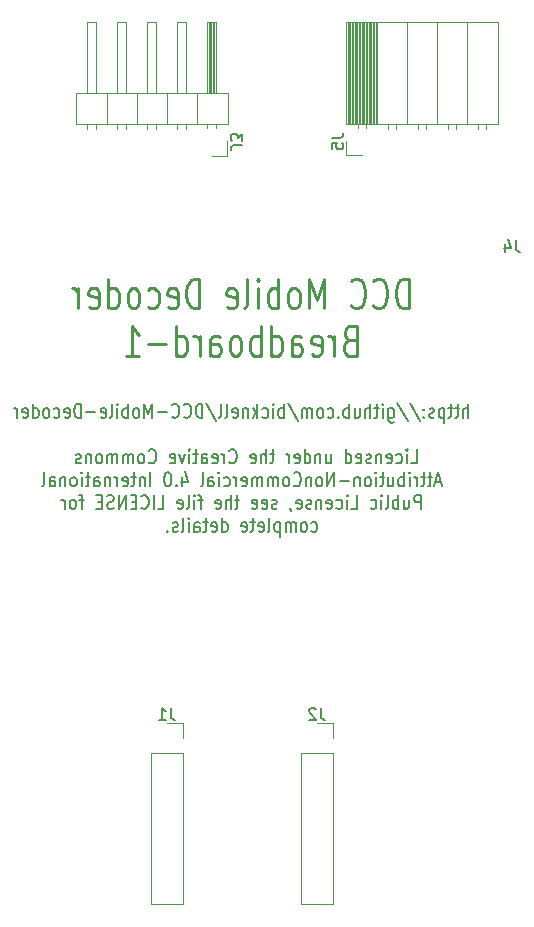
<source format=gbo>
G04 #@! TF.GenerationSoftware,KiCad,Pcbnew,(6.0.1-0)*
G04 #@! TF.CreationDate,2023-09-18T16:52:30-04:00*
G04 #@! TF.ProjectId,Breadboard-1,42726561-6462-46f6-9172-642d312e6b69,rev?*
G04 #@! TF.SameCoordinates,Original*
G04 #@! TF.FileFunction,Legend,Bot*
G04 #@! TF.FilePolarity,Positive*
%FSLAX46Y46*%
G04 Gerber Fmt 4.6, Leading zero omitted, Abs format (unit mm)*
G04 Created by KiCad (PCBNEW (6.0.1-0)) date 2023-09-18 16:52:30*
%MOMM*%
%LPD*%
G01*
G04 APERTURE LIST*
%ADD10C,0.254000*%
%ADD11C,0.200000*%
%ADD12C,0.150000*%
%ADD13C,0.120000*%
%ADD14R,1.700000X1.700000*%
%ADD15O,1.700000X1.700000*%
%ADD16C,1.448000*%
G04 APERTURE END LIST*
D10*
X90314285Y-68968452D02*
X90314285Y-66468452D01*
X89861904Y-66468452D01*
X89590476Y-66587500D01*
X89409523Y-66825595D01*
X89319047Y-67063690D01*
X89228571Y-67539880D01*
X89228571Y-67897023D01*
X89319047Y-68373214D01*
X89409523Y-68611309D01*
X89590476Y-68849404D01*
X89861904Y-68968452D01*
X90314285Y-68968452D01*
X87328571Y-68730357D02*
X87419047Y-68849404D01*
X87690476Y-68968452D01*
X87871428Y-68968452D01*
X88142857Y-68849404D01*
X88323809Y-68611309D01*
X88414285Y-68373214D01*
X88504761Y-67897023D01*
X88504761Y-67539880D01*
X88414285Y-67063690D01*
X88323809Y-66825595D01*
X88142857Y-66587500D01*
X87871428Y-66468452D01*
X87690476Y-66468452D01*
X87419047Y-66587500D01*
X87328571Y-66706547D01*
X85428571Y-68730357D02*
X85519047Y-68849404D01*
X85790476Y-68968452D01*
X85971428Y-68968452D01*
X86242857Y-68849404D01*
X86423809Y-68611309D01*
X86514285Y-68373214D01*
X86604761Y-67897023D01*
X86604761Y-67539880D01*
X86514285Y-67063690D01*
X86423809Y-66825595D01*
X86242857Y-66587500D01*
X85971428Y-66468452D01*
X85790476Y-66468452D01*
X85519047Y-66587500D01*
X85428571Y-66706547D01*
X83166666Y-68968452D02*
X83166666Y-66468452D01*
X82533333Y-68254166D01*
X81900000Y-66468452D01*
X81900000Y-68968452D01*
X80723809Y-68968452D02*
X80904761Y-68849404D01*
X80995238Y-68730357D01*
X81085714Y-68492261D01*
X81085714Y-67777976D01*
X80995238Y-67539880D01*
X80904761Y-67420833D01*
X80723809Y-67301785D01*
X80452380Y-67301785D01*
X80271428Y-67420833D01*
X80180952Y-67539880D01*
X80090476Y-67777976D01*
X80090476Y-68492261D01*
X80180952Y-68730357D01*
X80271428Y-68849404D01*
X80452380Y-68968452D01*
X80723809Y-68968452D01*
X79276190Y-68968452D02*
X79276190Y-66468452D01*
X79276190Y-67420833D02*
X79095238Y-67301785D01*
X78733333Y-67301785D01*
X78552380Y-67420833D01*
X78461904Y-67539880D01*
X78371428Y-67777976D01*
X78371428Y-68492261D01*
X78461904Y-68730357D01*
X78552380Y-68849404D01*
X78733333Y-68968452D01*
X79095238Y-68968452D01*
X79276190Y-68849404D01*
X77557142Y-68968452D02*
X77557142Y-67301785D01*
X77557142Y-66468452D02*
X77647619Y-66587500D01*
X77557142Y-66706547D01*
X77466666Y-66587500D01*
X77557142Y-66468452D01*
X77557142Y-66706547D01*
X76380952Y-68968452D02*
X76561904Y-68849404D01*
X76652380Y-68611309D01*
X76652380Y-66468452D01*
X74933333Y-68849404D02*
X75114285Y-68968452D01*
X75476190Y-68968452D01*
X75657142Y-68849404D01*
X75747619Y-68611309D01*
X75747619Y-67658928D01*
X75657142Y-67420833D01*
X75476190Y-67301785D01*
X75114285Y-67301785D01*
X74933333Y-67420833D01*
X74842857Y-67658928D01*
X74842857Y-67897023D01*
X75747619Y-68135119D01*
X72580952Y-68968452D02*
X72580952Y-66468452D01*
X72128571Y-66468452D01*
X71857142Y-66587500D01*
X71676190Y-66825595D01*
X71585714Y-67063690D01*
X71495238Y-67539880D01*
X71495238Y-67897023D01*
X71585714Y-68373214D01*
X71676190Y-68611309D01*
X71857142Y-68849404D01*
X72128571Y-68968452D01*
X72580952Y-68968452D01*
X69957142Y-68849404D02*
X70138095Y-68968452D01*
X70500000Y-68968452D01*
X70680952Y-68849404D01*
X70771428Y-68611309D01*
X70771428Y-67658928D01*
X70680952Y-67420833D01*
X70500000Y-67301785D01*
X70138095Y-67301785D01*
X69957142Y-67420833D01*
X69866666Y-67658928D01*
X69866666Y-67897023D01*
X70771428Y-68135119D01*
X68238095Y-68849404D02*
X68419047Y-68968452D01*
X68780952Y-68968452D01*
X68961904Y-68849404D01*
X69052380Y-68730357D01*
X69142857Y-68492261D01*
X69142857Y-67777976D01*
X69052380Y-67539880D01*
X68961904Y-67420833D01*
X68780952Y-67301785D01*
X68419047Y-67301785D01*
X68238095Y-67420833D01*
X67152380Y-68968452D02*
X67333333Y-68849404D01*
X67423809Y-68730357D01*
X67514285Y-68492261D01*
X67514285Y-67777976D01*
X67423809Y-67539880D01*
X67333333Y-67420833D01*
X67152380Y-67301785D01*
X66880952Y-67301785D01*
X66700000Y-67420833D01*
X66609523Y-67539880D01*
X66519047Y-67777976D01*
X66519047Y-68492261D01*
X66609523Y-68730357D01*
X66700000Y-68849404D01*
X66880952Y-68968452D01*
X67152380Y-68968452D01*
X64890476Y-68968452D02*
X64890476Y-66468452D01*
X64890476Y-68849404D02*
X65071428Y-68968452D01*
X65433333Y-68968452D01*
X65614285Y-68849404D01*
X65704761Y-68730357D01*
X65795238Y-68492261D01*
X65795238Y-67777976D01*
X65704761Y-67539880D01*
X65614285Y-67420833D01*
X65433333Y-67301785D01*
X65071428Y-67301785D01*
X64890476Y-67420833D01*
X63261904Y-68849404D02*
X63442857Y-68968452D01*
X63804761Y-68968452D01*
X63985714Y-68849404D01*
X64076190Y-68611309D01*
X64076190Y-67658928D01*
X63985714Y-67420833D01*
X63804761Y-67301785D01*
X63442857Y-67301785D01*
X63261904Y-67420833D01*
X63171428Y-67658928D01*
X63171428Y-67897023D01*
X64076190Y-68135119D01*
X62357142Y-68968452D02*
X62357142Y-67301785D01*
X62357142Y-67777976D02*
X62266666Y-67539880D01*
X62176190Y-67420833D01*
X61995238Y-67301785D01*
X61814285Y-67301785D01*
X85292857Y-71683928D02*
X85021428Y-71802976D01*
X84930952Y-71922023D01*
X84840476Y-72160119D01*
X84840476Y-72517261D01*
X84930952Y-72755357D01*
X85021428Y-72874404D01*
X85202380Y-72993452D01*
X85926190Y-72993452D01*
X85926190Y-70493452D01*
X85292857Y-70493452D01*
X85111904Y-70612500D01*
X85021428Y-70731547D01*
X84930952Y-70969642D01*
X84930952Y-71207738D01*
X85021428Y-71445833D01*
X85111904Y-71564880D01*
X85292857Y-71683928D01*
X85926190Y-71683928D01*
X84026190Y-72993452D02*
X84026190Y-71326785D01*
X84026190Y-71802976D02*
X83935714Y-71564880D01*
X83845238Y-71445833D01*
X83664285Y-71326785D01*
X83483333Y-71326785D01*
X82126190Y-72874404D02*
X82307142Y-72993452D01*
X82669047Y-72993452D01*
X82850000Y-72874404D01*
X82940476Y-72636309D01*
X82940476Y-71683928D01*
X82850000Y-71445833D01*
X82669047Y-71326785D01*
X82307142Y-71326785D01*
X82126190Y-71445833D01*
X82035714Y-71683928D01*
X82035714Y-71922023D01*
X82940476Y-72160119D01*
X80407142Y-72993452D02*
X80407142Y-71683928D01*
X80497619Y-71445833D01*
X80678571Y-71326785D01*
X81040476Y-71326785D01*
X81221428Y-71445833D01*
X80407142Y-72874404D02*
X80588095Y-72993452D01*
X81040476Y-72993452D01*
X81221428Y-72874404D01*
X81311904Y-72636309D01*
X81311904Y-72398214D01*
X81221428Y-72160119D01*
X81040476Y-72041071D01*
X80588095Y-72041071D01*
X80407142Y-71922023D01*
X78688095Y-72993452D02*
X78688095Y-70493452D01*
X78688095Y-72874404D02*
X78869047Y-72993452D01*
X79230952Y-72993452D01*
X79411904Y-72874404D01*
X79502380Y-72755357D01*
X79592857Y-72517261D01*
X79592857Y-71802976D01*
X79502380Y-71564880D01*
X79411904Y-71445833D01*
X79230952Y-71326785D01*
X78869047Y-71326785D01*
X78688095Y-71445833D01*
X77783333Y-72993452D02*
X77783333Y-70493452D01*
X77783333Y-71445833D02*
X77602380Y-71326785D01*
X77240476Y-71326785D01*
X77059523Y-71445833D01*
X76969047Y-71564880D01*
X76878571Y-71802976D01*
X76878571Y-72517261D01*
X76969047Y-72755357D01*
X77059523Y-72874404D01*
X77240476Y-72993452D01*
X77602380Y-72993452D01*
X77783333Y-72874404D01*
X75792857Y-72993452D02*
X75973809Y-72874404D01*
X76064285Y-72755357D01*
X76154761Y-72517261D01*
X76154761Y-71802976D01*
X76064285Y-71564880D01*
X75973809Y-71445833D01*
X75792857Y-71326785D01*
X75521428Y-71326785D01*
X75340476Y-71445833D01*
X75250000Y-71564880D01*
X75159523Y-71802976D01*
X75159523Y-72517261D01*
X75250000Y-72755357D01*
X75340476Y-72874404D01*
X75521428Y-72993452D01*
X75792857Y-72993452D01*
X73530952Y-72993452D02*
X73530952Y-71683928D01*
X73621428Y-71445833D01*
X73802380Y-71326785D01*
X74164285Y-71326785D01*
X74345238Y-71445833D01*
X73530952Y-72874404D02*
X73711904Y-72993452D01*
X74164285Y-72993452D01*
X74345238Y-72874404D01*
X74435714Y-72636309D01*
X74435714Y-72398214D01*
X74345238Y-72160119D01*
X74164285Y-72041071D01*
X73711904Y-72041071D01*
X73530952Y-71922023D01*
X72626190Y-72993452D02*
X72626190Y-71326785D01*
X72626190Y-71802976D02*
X72535714Y-71564880D01*
X72445238Y-71445833D01*
X72264285Y-71326785D01*
X72083333Y-71326785D01*
X70635714Y-72993452D02*
X70635714Y-70493452D01*
X70635714Y-72874404D02*
X70816666Y-72993452D01*
X71178571Y-72993452D01*
X71359523Y-72874404D01*
X71450000Y-72755357D01*
X71540476Y-72517261D01*
X71540476Y-71802976D01*
X71450000Y-71564880D01*
X71359523Y-71445833D01*
X71178571Y-71326785D01*
X70816666Y-71326785D01*
X70635714Y-71445833D01*
X69730952Y-72041071D02*
X68283333Y-72041071D01*
X66383333Y-72993452D02*
X67469047Y-72993452D01*
X66926190Y-72993452D02*
X66926190Y-70493452D01*
X67107142Y-70850595D01*
X67288095Y-71088690D01*
X67469047Y-71207738D01*
D11*
X95366666Y-78262857D02*
X95366666Y-77062857D01*
X94938095Y-78262857D02*
X94938095Y-77634285D01*
X94985714Y-77520000D01*
X95080952Y-77462857D01*
X95223809Y-77462857D01*
X95319047Y-77520000D01*
X95366666Y-77577142D01*
X94604761Y-77462857D02*
X94223809Y-77462857D01*
X94461904Y-77062857D02*
X94461904Y-78091428D01*
X94414285Y-78205714D01*
X94319047Y-78262857D01*
X94223809Y-78262857D01*
X94033333Y-77462857D02*
X93652380Y-77462857D01*
X93890476Y-77062857D02*
X93890476Y-78091428D01*
X93842857Y-78205714D01*
X93747619Y-78262857D01*
X93652380Y-78262857D01*
X93319047Y-77462857D02*
X93319047Y-78662857D01*
X93319047Y-77520000D02*
X93223809Y-77462857D01*
X93033333Y-77462857D01*
X92938095Y-77520000D01*
X92890476Y-77577142D01*
X92842857Y-77691428D01*
X92842857Y-78034285D01*
X92890476Y-78148571D01*
X92938095Y-78205714D01*
X93033333Y-78262857D01*
X93223809Y-78262857D01*
X93319047Y-78205714D01*
X92461904Y-78205714D02*
X92366666Y-78262857D01*
X92176190Y-78262857D01*
X92080952Y-78205714D01*
X92033333Y-78091428D01*
X92033333Y-78034285D01*
X92080952Y-77920000D01*
X92176190Y-77862857D01*
X92319047Y-77862857D01*
X92414285Y-77805714D01*
X92461904Y-77691428D01*
X92461904Y-77634285D01*
X92414285Y-77520000D01*
X92319047Y-77462857D01*
X92176190Y-77462857D01*
X92080952Y-77520000D01*
X91604761Y-78148571D02*
X91557142Y-78205714D01*
X91604761Y-78262857D01*
X91652380Y-78205714D01*
X91604761Y-78148571D01*
X91604761Y-78262857D01*
X91604761Y-77520000D02*
X91557142Y-77577142D01*
X91604761Y-77634285D01*
X91652380Y-77577142D01*
X91604761Y-77520000D01*
X91604761Y-77634285D01*
X90414285Y-77005714D02*
X91271428Y-78548571D01*
X89366666Y-77005714D02*
X90223809Y-78548571D01*
X88604761Y-77462857D02*
X88604761Y-78434285D01*
X88652380Y-78548571D01*
X88700000Y-78605714D01*
X88795238Y-78662857D01*
X88938095Y-78662857D01*
X89033333Y-78605714D01*
X88604761Y-78205714D02*
X88700000Y-78262857D01*
X88890476Y-78262857D01*
X88985714Y-78205714D01*
X89033333Y-78148571D01*
X89080952Y-78034285D01*
X89080952Y-77691428D01*
X89033333Y-77577142D01*
X88985714Y-77520000D01*
X88890476Y-77462857D01*
X88700000Y-77462857D01*
X88604761Y-77520000D01*
X88128571Y-78262857D02*
X88128571Y-77462857D01*
X88128571Y-77062857D02*
X88176190Y-77120000D01*
X88128571Y-77177142D01*
X88080952Y-77120000D01*
X88128571Y-77062857D01*
X88128571Y-77177142D01*
X87795238Y-77462857D02*
X87414285Y-77462857D01*
X87652380Y-77062857D02*
X87652380Y-78091428D01*
X87604761Y-78205714D01*
X87509523Y-78262857D01*
X87414285Y-78262857D01*
X87080952Y-78262857D02*
X87080952Y-77062857D01*
X86652380Y-78262857D02*
X86652380Y-77634285D01*
X86700000Y-77520000D01*
X86795238Y-77462857D01*
X86938095Y-77462857D01*
X87033333Y-77520000D01*
X87080952Y-77577142D01*
X85747619Y-77462857D02*
X85747619Y-78262857D01*
X86176190Y-77462857D02*
X86176190Y-78091428D01*
X86128571Y-78205714D01*
X86033333Y-78262857D01*
X85890476Y-78262857D01*
X85795238Y-78205714D01*
X85747619Y-78148571D01*
X85271428Y-78262857D02*
X85271428Y-77062857D01*
X85271428Y-77520000D02*
X85176190Y-77462857D01*
X84985714Y-77462857D01*
X84890476Y-77520000D01*
X84842857Y-77577142D01*
X84795238Y-77691428D01*
X84795238Y-78034285D01*
X84842857Y-78148571D01*
X84890476Y-78205714D01*
X84985714Y-78262857D01*
X85176190Y-78262857D01*
X85271428Y-78205714D01*
X84366666Y-78148571D02*
X84319047Y-78205714D01*
X84366666Y-78262857D01*
X84414285Y-78205714D01*
X84366666Y-78148571D01*
X84366666Y-78262857D01*
X83461904Y-78205714D02*
X83557142Y-78262857D01*
X83747619Y-78262857D01*
X83842857Y-78205714D01*
X83890476Y-78148571D01*
X83938095Y-78034285D01*
X83938095Y-77691428D01*
X83890476Y-77577142D01*
X83842857Y-77520000D01*
X83747619Y-77462857D01*
X83557142Y-77462857D01*
X83461904Y-77520000D01*
X82890476Y-78262857D02*
X82985714Y-78205714D01*
X83033333Y-78148571D01*
X83080952Y-78034285D01*
X83080952Y-77691428D01*
X83033333Y-77577142D01*
X82985714Y-77520000D01*
X82890476Y-77462857D01*
X82747619Y-77462857D01*
X82652380Y-77520000D01*
X82604761Y-77577142D01*
X82557142Y-77691428D01*
X82557142Y-78034285D01*
X82604761Y-78148571D01*
X82652380Y-78205714D01*
X82747619Y-78262857D01*
X82890476Y-78262857D01*
X82128571Y-78262857D02*
X82128571Y-77462857D01*
X82128571Y-77577142D02*
X82080952Y-77520000D01*
X81985714Y-77462857D01*
X81842857Y-77462857D01*
X81747619Y-77520000D01*
X81700000Y-77634285D01*
X81700000Y-78262857D01*
X81700000Y-77634285D02*
X81652380Y-77520000D01*
X81557142Y-77462857D01*
X81414285Y-77462857D01*
X81319047Y-77520000D01*
X81271428Y-77634285D01*
X81271428Y-78262857D01*
X80080952Y-77005714D02*
X80938095Y-78548571D01*
X79747619Y-78262857D02*
X79747619Y-77062857D01*
X79747619Y-77520000D02*
X79652380Y-77462857D01*
X79461904Y-77462857D01*
X79366666Y-77520000D01*
X79319047Y-77577142D01*
X79271428Y-77691428D01*
X79271428Y-78034285D01*
X79319047Y-78148571D01*
X79366666Y-78205714D01*
X79461904Y-78262857D01*
X79652380Y-78262857D01*
X79747619Y-78205714D01*
X78842857Y-78262857D02*
X78842857Y-77462857D01*
X78842857Y-77062857D02*
X78890476Y-77120000D01*
X78842857Y-77177142D01*
X78795238Y-77120000D01*
X78842857Y-77062857D01*
X78842857Y-77177142D01*
X77938095Y-78205714D02*
X78033333Y-78262857D01*
X78223809Y-78262857D01*
X78319047Y-78205714D01*
X78366666Y-78148571D01*
X78414285Y-78034285D01*
X78414285Y-77691428D01*
X78366666Y-77577142D01*
X78319047Y-77520000D01*
X78223809Y-77462857D01*
X78033333Y-77462857D01*
X77938095Y-77520000D01*
X77509523Y-78262857D02*
X77509523Y-77062857D01*
X77414285Y-77805714D02*
X77128571Y-78262857D01*
X77128571Y-77462857D02*
X77509523Y-77920000D01*
X76700000Y-77462857D02*
X76700000Y-78262857D01*
X76700000Y-77577142D02*
X76652380Y-77520000D01*
X76557142Y-77462857D01*
X76414285Y-77462857D01*
X76319047Y-77520000D01*
X76271428Y-77634285D01*
X76271428Y-78262857D01*
X75414285Y-78205714D02*
X75509523Y-78262857D01*
X75700000Y-78262857D01*
X75795238Y-78205714D01*
X75842857Y-78091428D01*
X75842857Y-77634285D01*
X75795238Y-77520000D01*
X75700000Y-77462857D01*
X75509523Y-77462857D01*
X75414285Y-77520000D01*
X75366666Y-77634285D01*
X75366666Y-77748571D01*
X75842857Y-77862857D01*
X74795238Y-78262857D02*
X74890476Y-78205714D01*
X74938095Y-78091428D01*
X74938095Y-77062857D01*
X74271428Y-78262857D02*
X74366666Y-78205714D01*
X74414285Y-78091428D01*
X74414285Y-77062857D01*
X73176190Y-77005714D02*
X74033333Y-78548571D01*
X72842857Y-78262857D02*
X72842857Y-77062857D01*
X72604761Y-77062857D01*
X72461904Y-77120000D01*
X72366666Y-77234285D01*
X72319047Y-77348571D01*
X72271428Y-77577142D01*
X72271428Y-77748571D01*
X72319047Y-77977142D01*
X72366666Y-78091428D01*
X72461904Y-78205714D01*
X72604761Y-78262857D01*
X72842857Y-78262857D01*
X71271428Y-78148571D02*
X71319047Y-78205714D01*
X71461904Y-78262857D01*
X71557142Y-78262857D01*
X71700000Y-78205714D01*
X71795238Y-78091428D01*
X71842857Y-77977142D01*
X71890476Y-77748571D01*
X71890476Y-77577142D01*
X71842857Y-77348571D01*
X71795238Y-77234285D01*
X71700000Y-77120000D01*
X71557142Y-77062857D01*
X71461904Y-77062857D01*
X71319047Y-77120000D01*
X71271428Y-77177142D01*
X70271428Y-78148571D02*
X70319047Y-78205714D01*
X70461904Y-78262857D01*
X70557142Y-78262857D01*
X70700000Y-78205714D01*
X70795238Y-78091428D01*
X70842857Y-77977142D01*
X70890476Y-77748571D01*
X70890476Y-77577142D01*
X70842857Y-77348571D01*
X70795238Y-77234285D01*
X70700000Y-77120000D01*
X70557142Y-77062857D01*
X70461904Y-77062857D01*
X70319047Y-77120000D01*
X70271428Y-77177142D01*
X69842857Y-77805714D02*
X69080952Y-77805714D01*
X68604761Y-78262857D02*
X68604761Y-77062857D01*
X68271428Y-77920000D01*
X67938095Y-77062857D01*
X67938095Y-78262857D01*
X67319047Y-78262857D02*
X67414285Y-78205714D01*
X67461904Y-78148571D01*
X67509523Y-78034285D01*
X67509523Y-77691428D01*
X67461904Y-77577142D01*
X67414285Y-77520000D01*
X67319047Y-77462857D01*
X67176190Y-77462857D01*
X67080952Y-77520000D01*
X67033333Y-77577142D01*
X66985714Y-77691428D01*
X66985714Y-78034285D01*
X67033333Y-78148571D01*
X67080952Y-78205714D01*
X67176190Y-78262857D01*
X67319047Y-78262857D01*
X66557142Y-78262857D02*
X66557142Y-77062857D01*
X66557142Y-77520000D02*
X66461904Y-77462857D01*
X66271428Y-77462857D01*
X66176190Y-77520000D01*
X66128571Y-77577142D01*
X66080952Y-77691428D01*
X66080952Y-78034285D01*
X66128571Y-78148571D01*
X66176190Y-78205714D01*
X66271428Y-78262857D01*
X66461904Y-78262857D01*
X66557142Y-78205714D01*
X65652380Y-78262857D02*
X65652380Y-77462857D01*
X65652380Y-77062857D02*
X65700000Y-77120000D01*
X65652380Y-77177142D01*
X65604761Y-77120000D01*
X65652380Y-77062857D01*
X65652380Y-77177142D01*
X65033333Y-78262857D02*
X65128571Y-78205714D01*
X65176190Y-78091428D01*
X65176190Y-77062857D01*
X64271428Y-78205714D02*
X64366666Y-78262857D01*
X64557142Y-78262857D01*
X64652380Y-78205714D01*
X64700000Y-78091428D01*
X64700000Y-77634285D01*
X64652380Y-77520000D01*
X64557142Y-77462857D01*
X64366666Y-77462857D01*
X64271428Y-77520000D01*
X64223809Y-77634285D01*
X64223809Y-77748571D01*
X64700000Y-77862857D01*
X63795238Y-77805714D02*
X63033333Y-77805714D01*
X62557142Y-78262857D02*
X62557142Y-77062857D01*
X62319047Y-77062857D01*
X62176190Y-77120000D01*
X62080952Y-77234285D01*
X62033333Y-77348571D01*
X61985714Y-77577142D01*
X61985714Y-77748571D01*
X62033333Y-77977142D01*
X62080952Y-78091428D01*
X62176190Y-78205714D01*
X62319047Y-78262857D01*
X62557142Y-78262857D01*
X61176190Y-78205714D02*
X61271428Y-78262857D01*
X61461904Y-78262857D01*
X61557142Y-78205714D01*
X61604761Y-78091428D01*
X61604761Y-77634285D01*
X61557142Y-77520000D01*
X61461904Y-77462857D01*
X61271428Y-77462857D01*
X61176190Y-77520000D01*
X61128571Y-77634285D01*
X61128571Y-77748571D01*
X61604761Y-77862857D01*
X60271428Y-78205714D02*
X60366666Y-78262857D01*
X60557142Y-78262857D01*
X60652380Y-78205714D01*
X60700000Y-78148571D01*
X60747619Y-78034285D01*
X60747619Y-77691428D01*
X60700000Y-77577142D01*
X60652380Y-77520000D01*
X60557142Y-77462857D01*
X60366666Y-77462857D01*
X60271428Y-77520000D01*
X59700000Y-78262857D02*
X59795238Y-78205714D01*
X59842857Y-78148571D01*
X59890476Y-78034285D01*
X59890476Y-77691428D01*
X59842857Y-77577142D01*
X59795238Y-77520000D01*
X59700000Y-77462857D01*
X59557142Y-77462857D01*
X59461904Y-77520000D01*
X59414285Y-77577142D01*
X59366666Y-77691428D01*
X59366666Y-78034285D01*
X59414285Y-78148571D01*
X59461904Y-78205714D01*
X59557142Y-78262857D01*
X59700000Y-78262857D01*
X58509523Y-78262857D02*
X58509523Y-77062857D01*
X58509523Y-78205714D02*
X58604761Y-78262857D01*
X58795238Y-78262857D01*
X58890476Y-78205714D01*
X58938095Y-78148571D01*
X58985714Y-78034285D01*
X58985714Y-77691428D01*
X58938095Y-77577142D01*
X58890476Y-77520000D01*
X58795238Y-77462857D01*
X58604761Y-77462857D01*
X58509523Y-77520000D01*
X57652380Y-78205714D02*
X57747619Y-78262857D01*
X57938095Y-78262857D01*
X58033333Y-78205714D01*
X58080952Y-78091428D01*
X58080952Y-77634285D01*
X58033333Y-77520000D01*
X57938095Y-77462857D01*
X57747619Y-77462857D01*
X57652380Y-77520000D01*
X57604761Y-77634285D01*
X57604761Y-77748571D01*
X58080952Y-77862857D01*
X57176190Y-78262857D02*
X57176190Y-77462857D01*
X57176190Y-77691428D02*
X57128571Y-77577142D01*
X57080952Y-77520000D01*
X56985714Y-77462857D01*
X56890476Y-77462857D01*
X90509523Y-82126857D02*
X90985714Y-82126857D01*
X90985714Y-80926857D01*
X90176190Y-82126857D02*
X90176190Y-81326857D01*
X90176190Y-80926857D02*
X90223809Y-80984000D01*
X90176190Y-81041142D01*
X90128571Y-80984000D01*
X90176190Y-80926857D01*
X90176190Y-81041142D01*
X89271428Y-82069714D02*
X89366666Y-82126857D01*
X89557142Y-82126857D01*
X89652380Y-82069714D01*
X89700000Y-82012571D01*
X89747619Y-81898285D01*
X89747619Y-81555428D01*
X89700000Y-81441142D01*
X89652380Y-81384000D01*
X89557142Y-81326857D01*
X89366666Y-81326857D01*
X89271428Y-81384000D01*
X88461904Y-82069714D02*
X88557142Y-82126857D01*
X88747619Y-82126857D01*
X88842857Y-82069714D01*
X88890476Y-81955428D01*
X88890476Y-81498285D01*
X88842857Y-81384000D01*
X88747619Y-81326857D01*
X88557142Y-81326857D01*
X88461904Y-81384000D01*
X88414285Y-81498285D01*
X88414285Y-81612571D01*
X88890476Y-81726857D01*
X87985714Y-81326857D02*
X87985714Y-82126857D01*
X87985714Y-81441142D02*
X87938095Y-81384000D01*
X87842857Y-81326857D01*
X87700000Y-81326857D01*
X87604761Y-81384000D01*
X87557142Y-81498285D01*
X87557142Y-82126857D01*
X87128571Y-82069714D02*
X87033333Y-82126857D01*
X86842857Y-82126857D01*
X86747619Y-82069714D01*
X86700000Y-81955428D01*
X86700000Y-81898285D01*
X86747619Y-81784000D01*
X86842857Y-81726857D01*
X86985714Y-81726857D01*
X87080952Y-81669714D01*
X87128571Y-81555428D01*
X87128571Y-81498285D01*
X87080952Y-81384000D01*
X86985714Y-81326857D01*
X86842857Y-81326857D01*
X86747619Y-81384000D01*
X85890476Y-82069714D02*
X85985714Y-82126857D01*
X86176190Y-82126857D01*
X86271428Y-82069714D01*
X86319047Y-81955428D01*
X86319047Y-81498285D01*
X86271428Y-81384000D01*
X86176190Y-81326857D01*
X85985714Y-81326857D01*
X85890476Y-81384000D01*
X85842857Y-81498285D01*
X85842857Y-81612571D01*
X86319047Y-81726857D01*
X84985714Y-82126857D02*
X84985714Y-80926857D01*
X84985714Y-82069714D02*
X85080952Y-82126857D01*
X85271428Y-82126857D01*
X85366666Y-82069714D01*
X85414285Y-82012571D01*
X85461904Y-81898285D01*
X85461904Y-81555428D01*
X85414285Y-81441142D01*
X85366666Y-81384000D01*
X85271428Y-81326857D01*
X85080952Y-81326857D01*
X84985714Y-81384000D01*
X83319047Y-81326857D02*
X83319047Y-82126857D01*
X83747619Y-81326857D02*
X83747619Y-81955428D01*
X83700000Y-82069714D01*
X83604761Y-82126857D01*
X83461904Y-82126857D01*
X83366666Y-82069714D01*
X83319047Y-82012571D01*
X82842857Y-81326857D02*
X82842857Y-82126857D01*
X82842857Y-81441142D02*
X82795238Y-81384000D01*
X82700000Y-81326857D01*
X82557142Y-81326857D01*
X82461904Y-81384000D01*
X82414285Y-81498285D01*
X82414285Y-82126857D01*
X81509523Y-82126857D02*
X81509523Y-80926857D01*
X81509523Y-82069714D02*
X81604761Y-82126857D01*
X81795238Y-82126857D01*
X81890476Y-82069714D01*
X81938095Y-82012571D01*
X81985714Y-81898285D01*
X81985714Y-81555428D01*
X81938095Y-81441142D01*
X81890476Y-81384000D01*
X81795238Y-81326857D01*
X81604761Y-81326857D01*
X81509523Y-81384000D01*
X80652380Y-82069714D02*
X80747619Y-82126857D01*
X80938095Y-82126857D01*
X81033333Y-82069714D01*
X81080952Y-81955428D01*
X81080952Y-81498285D01*
X81033333Y-81384000D01*
X80938095Y-81326857D01*
X80747619Y-81326857D01*
X80652380Y-81384000D01*
X80604761Y-81498285D01*
X80604761Y-81612571D01*
X81080952Y-81726857D01*
X80176190Y-82126857D02*
X80176190Y-81326857D01*
X80176190Y-81555428D02*
X80128571Y-81441142D01*
X80080952Y-81384000D01*
X79985714Y-81326857D01*
X79890476Y-81326857D01*
X78938095Y-81326857D02*
X78557142Y-81326857D01*
X78795238Y-80926857D02*
X78795238Y-81955428D01*
X78747619Y-82069714D01*
X78652380Y-82126857D01*
X78557142Y-82126857D01*
X78223809Y-82126857D02*
X78223809Y-80926857D01*
X77795238Y-82126857D02*
X77795238Y-81498285D01*
X77842857Y-81384000D01*
X77938095Y-81326857D01*
X78080952Y-81326857D01*
X78176190Y-81384000D01*
X78223809Y-81441142D01*
X76938095Y-82069714D02*
X77033333Y-82126857D01*
X77223809Y-82126857D01*
X77319047Y-82069714D01*
X77366666Y-81955428D01*
X77366666Y-81498285D01*
X77319047Y-81384000D01*
X77223809Y-81326857D01*
X77033333Y-81326857D01*
X76938095Y-81384000D01*
X76890476Y-81498285D01*
X76890476Y-81612571D01*
X77366666Y-81726857D01*
X75128571Y-82012571D02*
X75176190Y-82069714D01*
X75319047Y-82126857D01*
X75414285Y-82126857D01*
X75557142Y-82069714D01*
X75652380Y-81955428D01*
X75700000Y-81841142D01*
X75747619Y-81612571D01*
X75747619Y-81441142D01*
X75700000Y-81212571D01*
X75652380Y-81098285D01*
X75557142Y-80984000D01*
X75414285Y-80926857D01*
X75319047Y-80926857D01*
X75176190Y-80984000D01*
X75128571Y-81041142D01*
X74700000Y-82126857D02*
X74700000Y-81326857D01*
X74700000Y-81555428D02*
X74652380Y-81441142D01*
X74604761Y-81384000D01*
X74509523Y-81326857D01*
X74414285Y-81326857D01*
X73700000Y-82069714D02*
X73795238Y-82126857D01*
X73985714Y-82126857D01*
X74080952Y-82069714D01*
X74128571Y-81955428D01*
X74128571Y-81498285D01*
X74080952Y-81384000D01*
X73985714Y-81326857D01*
X73795238Y-81326857D01*
X73700000Y-81384000D01*
X73652380Y-81498285D01*
X73652380Y-81612571D01*
X74128571Y-81726857D01*
X72795238Y-82126857D02*
X72795238Y-81498285D01*
X72842857Y-81384000D01*
X72938095Y-81326857D01*
X73128571Y-81326857D01*
X73223809Y-81384000D01*
X72795238Y-82069714D02*
X72890476Y-82126857D01*
X73128571Y-82126857D01*
X73223809Y-82069714D01*
X73271428Y-81955428D01*
X73271428Y-81841142D01*
X73223809Y-81726857D01*
X73128571Y-81669714D01*
X72890476Y-81669714D01*
X72795238Y-81612571D01*
X72461904Y-81326857D02*
X72080952Y-81326857D01*
X72319047Y-80926857D02*
X72319047Y-81955428D01*
X72271428Y-82069714D01*
X72176190Y-82126857D01*
X72080952Y-82126857D01*
X71747619Y-82126857D02*
X71747619Y-81326857D01*
X71747619Y-80926857D02*
X71795238Y-80984000D01*
X71747619Y-81041142D01*
X71700000Y-80984000D01*
X71747619Y-80926857D01*
X71747619Y-81041142D01*
X71366666Y-81326857D02*
X71128571Y-82126857D01*
X70890476Y-81326857D01*
X70128571Y-82069714D02*
X70223809Y-82126857D01*
X70414285Y-82126857D01*
X70509523Y-82069714D01*
X70557142Y-81955428D01*
X70557142Y-81498285D01*
X70509523Y-81384000D01*
X70414285Y-81326857D01*
X70223809Y-81326857D01*
X70128571Y-81384000D01*
X70080952Y-81498285D01*
X70080952Y-81612571D01*
X70557142Y-81726857D01*
X68319047Y-82012571D02*
X68366666Y-82069714D01*
X68509523Y-82126857D01*
X68604761Y-82126857D01*
X68747619Y-82069714D01*
X68842857Y-81955428D01*
X68890476Y-81841142D01*
X68938095Y-81612571D01*
X68938095Y-81441142D01*
X68890476Y-81212571D01*
X68842857Y-81098285D01*
X68747619Y-80984000D01*
X68604761Y-80926857D01*
X68509523Y-80926857D01*
X68366666Y-80984000D01*
X68319047Y-81041142D01*
X67747619Y-82126857D02*
X67842857Y-82069714D01*
X67890476Y-82012571D01*
X67938095Y-81898285D01*
X67938095Y-81555428D01*
X67890476Y-81441142D01*
X67842857Y-81384000D01*
X67747619Y-81326857D01*
X67604761Y-81326857D01*
X67509523Y-81384000D01*
X67461904Y-81441142D01*
X67414285Y-81555428D01*
X67414285Y-81898285D01*
X67461904Y-82012571D01*
X67509523Y-82069714D01*
X67604761Y-82126857D01*
X67747619Y-82126857D01*
X66985714Y-82126857D02*
X66985714Y-81326857D01*
X66985714Y-81441142D02*
X66938095Y-81384000D01*
X66842857Y-81326857D01*
X66700000Y-81326857D01*
X66604761Y-81384000D01*
X66557142Y-81498285D01*
X66557142Y-82126857D01*
X66557142Y-81498285D02*
X66509523Y-81384000D01*
X66414285Y-81326857D01*
X66271428Y-81326857D01*
X66176190Y-81384000D01*
X66128571Y-81498285D01*
X66128571Y-82126857D01*
X65652380Y-82126857D02*
X65652380Y-81326857D01*
X65652380Y-81441142D02*
X65604761Y-81384000D01*
X65509523Y-81326857D01*
X65366666Y-81326857D01*
X65271428Y-81384000D01*
X65223809Y-81498285D01*
X65223809Y-82126857D01*
X65223809Y-81498285D02*
X65176190Y-81384000D01*
X65080952Y-81326857D01*
X64938095Y-81326857D01*
X64842857Y-81384000D01*
X64795238Y-81498285D01*
X64795238Y-82126857D01*
X64176190Y-82126857D02*
X64271428Y-82069714D01*
X64319047Y-82012571D01*
X64366666Y-81898285D01*
X64366666Y-81555428D01*
X64319047Y-81441142D01*
X64271428Y-81384000D01*
X64176190Y-81326857D01*
X64033333Y-81326857D01*
X63938095Y-81384000D01*
X63890476Y-81441142D01*
X63842857Y-81555428D01*
X63842857Y-81898285D01*
X63890476Y-82012571D01*
X63938095Y-82069714D01*
X64033333Y-82126857D01*
X64176190Y-82126857D01*
X63414285Y-81326857D02*
X63414285Y-82126857D01*
X63414285Y-81441142D02*
X63366666Y-81384000D01*
X63271428Y-81326857D01*
X63128571Y-81326857D01*
X63033333Y-81384000D01*
X62985714Y-81498285D01*
X62985714Y-82126857D01*
X62557142Y-82069714D02*
X62461904Y-82126857D01*
X62271428Y-82126857D01*
X62176190Y-82069714D01*
X62128571Y-81955428D01*
X62128571Y-81898285D01*
X62176190Y-81784000D01*
X62271428Y-81726857D01*
X62414285Y-81726857D01*
X62509523Y-81669714D01*
X62557142Y-81555428D01*
X62557142Y-81498285D01*
X62509523Y-81384000D01*
X62414285Y-81326857D01*
X62271428Y-81326857D01*
X62176190Y-81384000D01*
X93057142Y-83716000D02*
X92580952Y-83716000D01*
X93152380Y-84058857D02*
X92819047Y-82858857D01*
X92485714Y-84058857D01*
X92295238Y-83258857D02*
X91914285Y-83258857D01*
X92152380Y-82858857D02*
X92152380Y-83887428D01*
X92104761Y-84001714D01*
X92009523Y-84058857D01*
X91914285Y-84058857D01*
X91723809Y-83258857D02*
X91342857Y-83258857D01*
X91580952Y-82858857D02*
X91580952Y-83887428D01*
X91533333Y-84001714D01*
X91438095Y-84058857D01*
X91342857Y-84058857D01*
X91009523Y-84058857D02*
X91009523Y-83258857D01*
X91009523Y-83487428D02*
X90961904Y-83373142D01*
X90914285Y-83316000D01*
X90819047Y-83258857D01*
X90723809Y-83258857D01*
X90390476Y-84058857D02*
X90390476Y-83258857D01*
X90390476Y-82858857D02*
X90438095Y-82916000D01*
X90390476Y-82973142D01*
X90342857Y-82916000D01*
X90390476Y-82858857D01*
X90390476Y-82973142D01*
X89914285Y-84058857D02*
X89914285Y-82858857D01*
X89914285Y-83316000D02*
X89819047Y-83258857D01*
X89628571Y-83258857D01*
X89533333Y-83316000D01*
X89485714Y-83373142D01*
X89438095Y-83487428D01*
X89438095Y-83830285D01*
X89485714Y-83944571D01*
X89533333Y-84001714D01*
X89628571Y-84058857D01*
X89819047Y-84058857D01*
X89914285Y-84001714D01*
X88580952Y-83258857D02*
X88580952Y-84058857D01*
X89009523Y-83258857D02*
X89009523Y-83887428D01*
X88961904Y-84001714D01*
X88866666Y-84058857D01*
X88723809Y-84058857D01*
X88628571Y-84001714D01*
X88580952Y-83944571D01*
X88247619Y-83258857D02*
X87866666Y-83258857D01*
X88104761Y-82858857D02*
X88104761Y-83887428D01*
X88057142Y-84001714D01*
X87961904Y-84058857D01*
X87866666Y-84058857D01*
X87533333Y-84058857D02*
X87533333Y-83258857D01*
X87533333Y-82858857D02*
X87580952Y-82916000D01*
X87533333Y-82973142D01*
X87485714Y-82916000D01*
X87533333Y-82858857D01*
X87533333Y-82973142D01*
X86914285Y-84058857D02*
X87009523Y-84001714D01*
X87057142Y-83944571D01*
X87104761Y-83830285D01*
X87104761Y-83487428D01*
X87057142Y-83373142D01*
X87009523Y-83316000D01*
X86914285Y-83258857D01*
X86771428Y-83258857D01*
X86676190Y-83316000D01*
X86628571Y-83373142D01*
X86580952Y-83487428D01*
X86580952Y-83830285D01*
X86628571Y-83944571D01*
X86676190Y-84001714D01*
X86771428Y-84058857D01*
X86914285Y-84058857D01*
X86152380Y-83258857D02*
X86152380Y-84058857D01*
X86152380Y-83373142D02*
X86104761Y-83316000D01*
X86009523Y-83258857D01*
X85866666Y-83258857D01*
X85771428Y-83316000D01*
X85723809Y-83430285D01*
X85723809Y-84058857D01*
X85247619Y-83601714D02*
X84485714Y-83601714D01*
X84009523Y-84058857D02*
X84009523Y-82858857D01*
X83438095Y-84058857D01*
X83438095Y-82858857D01*
X82819047Y-84058857D02*
X82914285Y-84001714D01*
X82961904Y-83944571D01*
X83009523Y-83830285D01*
X83009523Y-83487428D01*
X82961904Y-83373142D01*
X82914285Y-83316000D01*
X82819047Y-83258857D01*
X82676190Y-83258857D01*
X82580952Y-83316000D01*
X82533333Y-83373142D01*
X82485714Y-83487428D01*
X82485714Y-83830285D01*
X82533333Y-83944571D01*
X82580952Y-84001714D01*
X82676190Y-84058857D01*
X82819047Y-84058857D01*
X82057142Y-83258857D02*
X82057142Y-84058857D01*
X82057142Y-83373142D02*
X82009523Y-83316000D01*
X81914285Y-83258857D01*
X81771428Y-83258857D01*
X81676190Y-83316000D01*
X81628571Y-83430285D01*
X81628571Y-84058857D01*
X80580952Y-83944571D02*
X80628571Y-84001714D01*
X80771428Y-84058857D01*
X80866666Y-84058857D01*
X81009523Y-84001714D01*
X81104761Y-83887428D01*
X81152380Y-83773142D01*
X81200000Y-83544571D01*
X81200000Y-83373142D01*
X81152380Y-83144571D01*
X81104761Y-83030285D01*
X81009523Y-82916000D01*
X80866666Y-82858857D01*
X80771428Y-82858857D01*
X80628571Y-82916000D01*
X80580952Y-82973142D01*
X80009523Y-84058857D02*
X80104761Y-84001714D01*
X80152380Y-83944571D01*
X80200000Y-83830285D01*
X80200000Y-83487428D01*
X80152380Y-83373142D01*
X80104761Y-83316000D01*
X80009523Y-83258857D01*
X79866666Y-83258857D01*
X79771428Y-83316000D01*
X79723809Y-83373142D01*
X79676190Y-83487428D01*
X79676190Y-83830285D01*
X79723809Y-83944571D01*
X79771428Y-84001714D01*
X79866666Y-84058857D01*
X80009523Y-84058857D01*
X79247619Y-84058857D02*
X79247619Y-83258857D01*
X79247619Y-83373142D02*
X79200000Y-83316000D01*
X79104761Y-83258857D01*
X78961904Y-83258857D01*
X78866666Y-83316000D01*
X78819047Y-83430285D01*
X78819047Y-84058857D01*
X78819047Y-83430285D02*
X78771428Y-83316000D01*
X78676190Y-83258857D01*
X78533333Y-83258857D01*
X78438095Y-83316000D01*
X78390476Y-83430285D01*
X78390476Y-84058857D01*
X77914285Y-84058857D02*
X77914285Y-83258857D01*
X77914285Y-83373142D02*
X77866666Y-83316000D01*
X77771428Y-83258857D01*
X77628571Y-83258857D01*
X77533333Y-83316000D01*
X77485714Y-83430285D01*
X77485714Y-84058857D01*
X77485714Y-83430285D02*
X77438095Y-83316000D01*
X77342857Y-83258857D01*
X77200000Y-83258857D01*
X77104761Y-83316000D01*
X77057142Y-83430285D01*
X77057142Y-84058857D01*
X76200000Y-84001714D02*
X76295238Y-84058857D01*
X76485714Y-84058857D01*
X76580952Y-84001714D01*
X76628571Y-83887428D01*
X76628571Y-83430285D01*
X76580952Y-83316000D01*
X76485714Y-83258857D01*
X76295238Y-83258857D01*
X76200000Y-83316000D01*
X76152380Y-83430285D01*
X76152380Y-83544571D01*
X76628571Y-83658857D01*
X75723809Y-84058857D02*
X75723809Y-83258857D01*
X75723809Y-83487428D02*
X75676190Y-83373142D01*
X75628571Y-83316000D01*
X75533333Y-83258857D01*
X75438095Y-83258857D01*
X74676190Y-84001714D02*
X74771428Y-84058857D01*
X74961904Y-84058857D01*
X75057142Y-84001714D01*
X75104761Y-83944571D01*
X75152380Y-83830285D01*
X75152380Y-83487428D01*
X75104761Y-83373142D01*
X75057142Y-83316000D01*
X74961904Y-83258857D01*
X74771428Y-83258857D01*
X74676190Y-83316000D01*
X74247619Y-84058857D02*
X74247619Y-83258857D01*
X74247619Y-82858857D02*
X74295238Y-82916000D01*
X74247619Y-82973142D01*
X74200000Y-82916000D01*
X74247619Y-82858857D01*
X74247619Y-82973142D01*
X73342857Y-84058857D02*
X73342857Y-83430285D01*
X73390476Y-83316000D01*
X73485714Y-83258857D01*
X73676190Y-83258857D01*
X73771428Y-83316000D01*
X73342857Y-84001714D02*
X73438095Y-84058857D01*
X73676190Y-84058857D01*
X73771428Y-84001714D01*
X73819047Y-83887428D01*
X73819047Y-83773142D01*
X73771428Y-83658857D01*
X73676190Y-83601714D01*
X73438095Y-83601714D01*
X73342857Y-83544571D01*
X72723809Y-84058857D02*
X72819047Y-84001714D01*
X72866666Y-83887428D01*
X72866666Y-82858857D01*
X71152380Y-83258857D02*
X71152380Y-84058857D01*
X71390476Y-82801714D02*
X71628571Y-83658857D01*
X71009523Y-83658857D01*
X70628571Y-83944571D02*
X70580952Y-84001714D01*
X70628571Y-84058857D01*
X70676190Y-84001714D01*
X70628571Y-83944571D01*
X70628571Y-84058857D01*
X69961904Y-82858857D02*
X69866666Y-82858857D01*
X69771428Y-82916000D01*
X69723809Y-82973142D01*
X69676190Y-83087428D01*
X69628571Y-83316000D01*
X69628571Y-83601714D01*
X69676190Y-83830285D01*
X69723809Y-83944571D01*
X69771428Y-84001714D01*
X69866666Y-84058857D01*
X69961904Y-84058857D01*
X70057142Y-84001714D01*
X70104761Y-83944571D01*
X70152380Y-83830285D01*
X70200000Y-83601714D01*
X70200000Y-83316000D01*
X70152380Y-83087428D01*
X70104761Y-82973142D01*
X70057142Y-82916000D01*
X69961904Y-82858857D01*
X68438095Y-84058857D02*
X68438095Y-82858857D01*
X67961904Y-83258857D02*
X67961904Y-84058857D01*
X67961904Y-83373142D02*
X67914285Y-83316000D01*
X67819047Y-83258857D01*
X67676190Y-83258857D01*
X67580952Y-83316000D01*
X67533333Y-83430285D01*
X67533333Y-84058857D01*
X67200000Y-83258857D02*
X66819047Y-83258857D01*
X67057142Y-82858857D02*
X67057142Y-83887428D01*
X67009523Y-84001714D01*
X66914285Y-84058857D01*
X66819047Y-84058857D01*
X66104761Y-84001714D02*
X66200000Y-84058857D01*
X66390476Y-84058857D01*
X66485714Y-84001714D01*
X66533333Y-83887428D01*
X66533333Y-83430285D01*
X66485714Y-83316000D01*
X66390476Y-83258857D01*
X66200000Y-83258857D01*
X66104761Y-83316000D01*
X66057142Y-83430285D01*
X66057142Y-83544571D01*
X66533333Y-83658857D01*
X65628571Y-84058857D02*
X65628571Y-83258857D01*
X65628571Y-83487428D02*
X65580952Y-83373142D01*
X65533333Y-83316000D01*
X65438095Y-83258857D01*
X65342857Y-83258857D01*
X65009523Y-83258857D02*
X65009523Y-84058857D01*
X65009523Y-83373142D02*
X64961904Y-83316000D01*
X64866666Y-83258857D01*
X64723809Y-83258857D01*
X64628571Y-83316000D01*
X64580952Y-83430285D01*
X64580952Y-84058857D01*
X63676190Y-84058857D02*
X63676190Y-83430285D01*
X63723809Y-83316000D01*
X63819047Y-83258857D01*
X64009523Y-83258857D01*
X64104761Y-83316000D01*
X63676190Y-84001714D02*
X63771428Y-84058857D01*
X64009523Y-84058857D01*
X64104761Y-84001714D01*
X64152380Y-83887428D01*
X64152380Y-83773142D01*
X64104761Y-83658857D01*
X64009523Y-83601714D01*
X63771428Y-83601714D01*
X63676190Y-83544571D01*
X63342857Y-83258857D02*
X62961904Y-83258857D01*
X63200000Y-82858857D02*
X63200000Y-83887428D01*
X63152380Y-84001714D01*
X63057142Y-84058857D01*
X62961904Y-84058857D01*
X62628571Y-84058857D02*
X62628571Y-83258857D01*
X62628571Y-82858857D02*
X62676190Y-82916000D01*
X62628571Y-82973142D01*
X62580952Y-82916000D01*
X62628571Y-82858857D01*
X62628571Y-82973142D01*
X62009523Y-84058857D02*
X62104761Y-84001714D01*
X62152380Y-83944571D01*
X62200000Y-83830285D01*
X62200000Y-83487428D01*
X62152380Y-83373142D01*
X62104761Y-83316000D01*
X62009523Y-83258857D01*
X61866666Y-83258857D01*
X61771428Y-83316000D01*
X61723809Y-83373142D01*
X61676190Y-83487428D01*
X61676190Y-83830285D01*
X61723809Y-83944571D01*
X61771428Y-84001714D01*
X61866666Y-84058857D01*
X62009523Y-84058857D01*
X61247619Y-83258857D02*
X61247619Y-84058857D01*
X61247619Y-83373142D02*
X61200000Y-83316000D01*
X61104761Y-83258857D01*
X60961904Y-83258857D01*
X60866666Y-83316000D01*
X60819047Y-83430285D01*
X60819047Y-84058857D01*
X59914285Y-84058857D02*
X59914285Y-83430285D01*
X59961904Y-83316000D01*
X60057142Y-83258857D01*
X60247619Y-83258857D01*
X60342857Y-83316000D01*
X59914285Y-84001714D02*
X60009523Y-84058857D01*
X60247619Y-84058857D01*
X60342857Y-84001714D01*
X60390476Y-83887428D01*
X60390476Y-83773142D01*
X60342857Y-83658857D01*
X60247619Y-83601714D01*
X60009523Y-83601714D01*
X59914285Y-83544571D01*
X59295238Y-84058857D02*
X59390476Y-84001714D01*
X59438095Y-83887428D01*
X59438095Y-82858857D01*
X91342857Y-85990857D02*
X91342857Y-84790857D01*
X90961904Y-84790857D01*
X90866666Y-84848000D01*
X90819047Y-84905142D01*
X90771428Y-85019428D01*
X90771428Y-85190857D01*
X90819047Y-85305142D01*
X90866666Y-85362285D01*
X90961904Y-85419428D01*
X91342857Y-85419428D01*
X89914285Y-85190857D02*
X89914285Y-85990857D01*
X90342857Y-85190857D02*
X90342857Y-85819428D01*
X90295238Y-85933714D01*
X90200000Y-85990857D01*
X90057142Y-85990857D01*
X89961904Y-85933714D01*
X89914285Y-85876571D01*
X89438095Y-85990857D02*
X89438095Y-84790857D01*
X89438095Y-85248000D02*
X89342857Y-85190857D01*
X89152380Y-85190857D01*
X89057142Y-85248000D01*
X89009523Y-85305142D01*
X88961904Y-85419428D01*
X88961904Y-85762285D01*
X89009523Y-85876571D01*
X89057142Y-85933714D01*
X89152380Y-85990857D01*
X89342857Y-85990857D01*
X89438095Y-85933714D01*
X88390476Y-85990857D02*
X88485714Y-85933714D01*
X88533333Y-85819428D01*
X88533333Y-84790857D01*
X88009523Y-85990857D02*
X88009523Y-85190857D01*
X88009523Y-84790857D02*
X88057142Y-84848000D01*
X88009523Y-84905142D01*
X87961904Y-84848000D01*
X88009523Y-84790857D01*
X88009523Y-84905142D01*
X87104761Y-85933714D02*
X87200000Y-85990857D01*
X87390476Y-85990857D01*
X87485714Y-85933714D01*
X87533333Y-85876571D01*
X87580952Y-85762285D01*
X87580952Y-85419428D01*
X87533333Y-85305142D01*
X87485714Y-85248000D01*
X87390476Y-85190857D01*
X87200000Y-85190857D01*
X87104761Y-85248000D01*
X85438095Y-85990857D02*
X85914285Y-85990857D01*
X85914285Y-84790857D01*
X85104761Y-85990857D02*
X85104761Y-85190857D01*
X85104761Y-84790857D02*
X85152380Y-84848000D01*
X85104761Y-84905142D01*
X85057142Y-84848000D01*
X85104761Y-84790857D01*
X85104761Y-84905142D01*
X84200000Y-85933714D02*
X84295238Y-85990857D01*
X84485714Y-85990857D01*
X84580952Y-85933714D01*
X84628571Y-85876571D01*
X84676190Y-85762285D01*
X84676190Y-85419428D01*
X84628571Y-85305142D01*
X84580952Y-85248000D01*
X84485714Y-85190857D01*
X84295238Y-85190857D01*
X84200000Y-85248000D01*
X83390476Y-85933714D02*
X83485714Y-85990857D01*
X83676190Y-85990857D01*
X83771428Y-85933714D01*
X83819047Y-85819428D01*
X83819047Y-85362285D01*
X83771428Y-85248000D01*
X83676190Y-85190857D01*
X83485714Y-85190857D01*
X83390476Y-85248000D01*
X83342857Y-85362285D01*
X83342857Y-85476571D01*
X83819047Y-85590857D01*
X82914285Y-85190857D02*
X82914285Y-85990857D01*
X82914285Y-85305142D02*
X82866666Y-85248000D01*
X82771428Y-85190857D01*
X82628571Y-85190857D01*
X82533333Y-85248000D01*
X82485714Y-85362285D01*
X82485714Y-85990857D01*
X82057142Y-85933714D02*
X81961904Y-85990857D01*
X81771428Y-85990857D01*
X81676190Y-85933714D01*
X81628571Y-85819428D01*
X81628571Y-85762285D01*
X81676190Y-85648000D01*
X81771428Y-85590857D01*
X81914285Y-85590857D01*
X82009523Y-85533714D01*
X82057142Y-85419428D01*
X82057142Y-85362285D01*
X82009523Y-85248000D01*
X81914285Y-85190857D01*
X81771428Y-85190857D01*
X81676190Y-85248000D01*
X80819047Y-85933714D02*
X80914285Y-85990857D01*
X81104761Y-85990857D01*
X81200000Y-85933714D01*
X81247619Y-85819428D01*
X81247619Y-85362285D01*
X81200000Y-85248000D01*
X81104761Y-85190857D01*
X80914285Y-85190857D01*
X80819047Y-85248000D01*
X80771428Y-85362285D01*
X80771428Y-85476571D01*
X81247619Y-85590857D01*
X80295238Y-85933714D02*
X80295238Y-85990857D01*
X80342857Y-86105142D01*
X80390476Y-86162285D01*
X79152380Y-85933714D02*
X79057142Y-85990857D01*
X78866666Y-85990857D01*
X78771428Y-85933714D01*
X78723809Y-85819428D01*
X78723809Y-85762285D01*
X78771428Y-85648000D01*
X78866666Y-85590857D01*
X79009523Y-85590857D01*
X79104761Y-85533714D01*
X79152380Y-85419428D01*
X79152380Y-85362285D01*
X79104761Y-85248000D01*
X79009523Y-85190857D01*
X78866666Y-85190857D01*
X78771428Y-85248000D01*
X77914285Y-85933714D02*
X78009523Y-85990857D01*
X78200000Y-85990857D01*
X78295238Y-85933714D01*
X78342857Y-85819428D01*
X78342857Y-85362285D01*
X78295238Y-85248000D01*
X78200000Y-85190857D01*
X78009523Y-85190857D01*
X77914285Y-85248000D01*
X77866666Y-85362285D01*
X77866666Y-85476571D01*
X78342857Y-85590857D01*
X77057142Y-85933714D02*
X77152380Y-85990857D01*
X77342857Y-85990857D01*
X77438095Y-85933714D01*
X77485714Y-85819428D01*
X77485714Y-85362285D01*
X77438095Y-85248000D01*
X77342857Y-85190857D01*
X77152380Y-85190857D01*
X77057142Y-85248000D01*
X77009523Y-85362285D01*
X77009523Y-85476571D01*
X77485714Y-85590857D01*
X75961904Y-85190857D02*
X75580952Y-85190857D01*
X75819047Y-84790857D02*
X75819047Y-85819428D01*
X75771428Y-85933714D01*
X75676190Y-85990857D01*
X75580952Y-85990857D01*
X75247619Y-85990857D02*
X75247619Y-84790857D01*
X74819047Y-85990857D02*
X74819047Y-85362285D01*
X74866666Y-85248000D01*
X74961904Y-85190857D01*
X75104761Y-85190857D01*
X75200000Y-85248000D01*
X75247619Y-85305142D01*
X73961904Y-85933714D02*
X74057142Y-85990857D01*
X74247619Y-85990857D01*
X74342857Y-85933714D01*
X74390476Y-85819428D01*
X74390476Y-85362285D01*
X74342857Y-85248000D01*
X74247619Y-85190857D01*
X74057142Y-85190857D01*
X73961904Y-85248000D01*
X73914285Y-85362285D01*
X73914285Y-85476571D01*
X74390476Y-85590857D01*
X72866666Y-85190857D02*
X72485714Y-85190857D01*
X72723809Y-85990857D02*
X72723809Y-84962285D01*
X72676190Y-84848000D01*
X72580952Y-84790857D01*
X72485714Y-84790857D01*
X72152380Y-85990857D02*
X72152380Y-85190857D01*
X72152380Y-84790857D02*
X72200000Y-84848000D01*
X72152380Y-84905142D01*
X72104761Y-84848000D01*
X72152380Y-84790857D01*
X72152380Y-84905142D01*
X71533333Y-85990857D02*
X71628571Y-85933714D01*
X71676190Y-85819428D01*
X71676190Y-84790857D01*
X70771428Y-85933714D02*
X70866666Y-85990857D01*
X71057142Y-85990857D01*
X71152380Y-85933714D01*
X71200000Y-85819428D01*
X71200000Y-85362285D01*
X71152380Y-85248000D01*
X71057142Y-85190857D01*
X70866666Y-85190857D01*
X70771428Y-85248000D01*
X70723809Y-85362285D01*
X70723809Y-85476571D01*
X71200000Y-85590857D01*
X69057142Y-85990857D02*
X69533333Y-85990857D01*
X69533333Y-84790857D01*
X68723809Y-85990857D02*
X68723809Y-84790857D01*
X67676190Y-85876571D02*
X67723809Y-85933714D01*
X67866666Y-85990857D01*
X67961904Y-85990857D01*
X68104761Y-85933714D01*
X68200000Y-85819428D01*
X68247619Y-85705142D01*
X68295238Y-85476571D01*
X68295238Y-85305142D01*
X68247619Y-85076571D01*
X68200000Y-84962285D01*
X68104761Y-84848000D01*
X67961904Y-84790857D01*
X67866666Y-84790857D01*
X67723809Y-84848000D01*
X67676190Y-84905142D01*
X67247619Y-85362285D02*
X66914285Y-85362285D01*
X66771428Y-85990857D02*
X67247619Y-85990857D01*
X67247619Y-84790857D01*
X66771428Y-84790857D01*
X66342857Y-85990857D02*
X66342857Y-84790857D01*
X65771428Y-85990857D01*
X65771428Y-84790857D01*
X65342857Y-85933714D02*
X65200000Y-85990857D01*
X64961904Y-85990857D01*
X64866666Y-85933714D01*
X64819047Y-85876571D01*
X64771428Y-85762285D01*
X64771428Y-85648000D01*
X64819047Y-85533714D01*
X64866666Y-85476571D01*
X64961904Y-85419428D01*
X65152380Y-85362285D01*
X65247619Y-85305142D01*
X65295238Y-85248000D01*
X65342857Y-85133714D01*
X65342857Y-85019428D01*
X65295238Y-84905142D01*
X65247619Y-84848000D01*
X65152380Y-84790857D01*
X64914285Y-84790857D01*
X64771428Y-84848000D01*
X64342857Y-85362285D02*
X64009523Y-85362285D01*
X63866666Y-85990857D02*
X64342857Y-85990857D01*
X64342857Y-84790857D01*
X63866666Y-84790857D01*
X62819047Y-85190857D02*
X62438095Y-85190857D01*
X62676190Y-85990857D02*
X62676190Y-84962285D01*
X62628571Y-84848000D01*
X62533333Y-84790857D01*
X62438095Y-84790857D01*
X61961904Y-85990857D02*
X62057142Y-85933714D01*
X62104761Y-85876571D01*
X62152380Y-85762285D01*
X62152380Y-85419428D01*
X62104761Y-85305142D01*
X62057142Y-85248000D01*
X61961904Y-85190857D01*
X61819047Y-85190857D01*
X61723809Y-85248000D01*
X61676190Y-85305142D01*
X61628571Y-85419428D01*
X61628571Y-85762285D01*
X61676190Y-85876571D01*
X61723809Y-85933714D01*
X61819047Y-85990857D01*
X61961904Y-85990857D01*
X61200000Y-85990857D02*
X61200000Y-85190857D01*
X61200000Y-85419428D02*
X61152380Y-85305142D01*
X61104761Y-85248000D01*
X61009523Y-85190857D01*
X60914285Y-85190857D01*
X82080952Y-87865714D02*
X82176190Y-87922857D01*
X82366666Y-87922857D01*
X82461904Y-87865714D01*
X82509523Y-87808571D01*
X82557142Y-87694285D01*
X82557142Y-87351428D01*
X82509523Y-87237142D01*
X82461904Y-87180000D01*
X82366666Y-87122857D01*
X82176190Y-87122857D01*
X82080952Y-87180000D01*
X81509523Y-87922857D02*
X81604761Y-87865714D01*
X81652380Y-87808571D01*
X81700000Y-87694285D01*
X81700000Y-87351428D01*
X81652380Y-87237142D01*
X81604761Y-87180000D01*
X81509523Y-87122857D01*
X81366666Y-87122857D01*
X81271428Y-87180000D01*
X81223809Y-87237142D01*
X81176190Y-87351428D01*
X81176190Y-87694285D01*
X81223809Y-87808571D01*
X81271428Y-87865714D01*
X81366666Y-87922857D01*
X81509523Y-87922857D01*
X80747619Y-87922857D02*
X80747619Y-87122857D01*
X80747619Y-87237142D02*
X80700000Y-87180000D01*
X80604761Y-87122857D01*
X80461904Y-87122857D01*
X80366666Y-87180000D01*
X80319047Y-87294285D01*
X80319047Y-87922857D01*
X80319047Y-87294285D02*
X80271428Y-87180000D01*
X80176190Y-87122857D01*
X80033333Y-87122857D01*
X79938095Y-87180000D01*
X79890476Y-87294285D01*
X79890476Y-87922857D01*
X79414285Y-87122857D02*
X79414285Y-88322857D01*
X79414285Y-87180000D02*
X79319047Y-87122857D01*
X79128571Y-87122857D01*
X79033333Y-87180000D01*
X78985714Y-87237142D01*
X78938095Y-87351428D01*
X78938095Y-87694285D01*
X78985714Y-87808571D01*
X79033333Y-87865714D01*
X79128571Y-87922857D01*
X79319047Y-87922857D01*
X79414285Y-87865714D01*
X78366666Y-87922857D02*
X78461904Y-87865714D01*
X78509523Y-87751428D01*
X78509523Y-86722857D01*
X77604761Y-87865714D02*
X77700000Y-87922857D01*
X77890476Y-87922857D01*
X77985714Y-87865714D01*
X78033333Y-87751428D01*
X78033333Y-87294285D01*
X77985714Y-87180000D01*
X77890476Y-87122857D01*
X77700000Y-87122857D01*
X77604761Y-87180000D01*
X77557142Y-87294285D01*
X77557142Y-87408571D01*
X78033333Y-87522857D01*
X77271428Y-87122857D02*
X76890476Y-87122857D01*
X77128571Y-86722857D02*
X77128571Y-87751428D01*
X77080952Y-87865714D01*
X76985714Y-87922857D01*
X76890476Y-87922857D01*
X76176190Y-87865714D02*
X76271428Y-87922857D01*
X76461904Y-87922857D01*
X76557142Y-87865714D01*
X76604761Y-87751428D01*
X76604761Y-87294285D01*
X76557142Y-87180000D01*
X76461904Y-87122857D01*
X76271428Y-87122857D01*
X76176190Y-87180000D01*
X76128571Y-87294285D01*
X76128571Y-87408571D01*
X76604761Y-87522857D01*
X74509523Y-87922857D02*
X74509523Y-86722857D01*
X74509523Y-87865714D02*
X74604761Y-87922857D01*
X74795238Y-87922857D01*
X74890476Y-87865714D01*
X74938095Y-87808571D01*
X74985714Y-87694285D01*
X74985714Y-87351428D01*
X74938095Y-87237142D01*
X74890476Y-87180000D01*
X74795238Y-87122857D01*
X74604761Y-87122857D01*
X74509523Y-87180000D01*
X73652380Y-87865714D02*
X73747619Y-87922857D01*
X73938095Y-87922857D01*
X74033333Y-87865714D01*
X74080952Y-87751428D01*
X74080952Y-87294285D01*
X74033333Y-87180000D01*
X73938095Y-87122857D01*
X73747619Y-87122857D01*
X73652380Y-87180000D01*
X73604761Y-87294285D01*
X73604761Y-87408571D01*
X74080952Y-87522857D01*
X73319047Y-87122857D02*
X72938095Y-87122857D01*
X73176190Y-86722857D02*
X73176190Y-87751428D01*
X73128571Y-87865714D01*
X73033333Y-87922857D01*
X72938095Y-87922857D01*
X72176190Y-87922857D02*
X72176190Y-87294285D01*
X72223809Y-87180000D01*
X72319047Y-87122857D01*
X72509523Y-87122857D01*
X72604761Y-87180000D01*
X72176190Y-87865714D02*
X72271428Y-87922857D01*
X72509523Y-87922857D01*
X72604761Y-87865714D01*
X72652380Y-87751428D01*
X72652380Y-87637142D01*
X72604761Y-87522857D01*
X72509523Y-87465714D01*
X72271428Y-87465714D01*
X72176190Y-87408571D01*
X71700000Y-87922857D02*
X71700000Y-87122857D01*
X71700000Y-86722857D02*
X71747619Y-86780000D01*
X71700000Y-86837142D01*
X71652380Y-86780000D01*
X71700000Y-86722857D01*
X71700000Y-86837142D01*
X71080952Y-87922857D02*
X71176190Y-87865714D01*
X71223809Y-87751428D01*
X71223809Y-86722857D01*
X70747619Y-87865714D02*
X70652380Y-87922857D01*
X70461904Y-87922857D01*
X70366666Y-87865714D01*
X70319047Y-87751428D01*
X70319047Y-87694285D01*
X70366666Y-87580000D01*
X70461904Y-87522857D01*
X70604761Y-87522857D01*
X70700000Y-87465714D01*
X70747619Y-87351428D01*
X70747619Y-87294285D01*
X70700000Y-87180000D01*
X70604761Y-87122857D01*
X70461904Y-87122857D01*
X70366666Y-87180000D01*
X69890476Y-87808571D02*
X69842857Y-87865714D01*
X69890476Y-87922857D01*
X69938095Y-87865714D01*
X69890476Y-87808571D01*
X69890476Y-87922857D01*
D12*
X99393333Y-63201380D02*
X99393333Y-63915666D01*
X99440952Y-64058523D01*
X99536190Y-64153761D01*
X99679047Y-64201380D01*
X99774285Y-64201380D01*
X98488571Y-63534714D02*
X98488571Y-64201380D01*
X98726666Y-63153761D02*
X98964761Y-63868047D01*
X98345714Y-63868047D01*
X76239619Y-55197333D02*
X75525333Y-55197333D01*
X75382476Y-55244952D01*
X75287238Y-55340190D01*
X75239619Y-55483047D01*
X75239619Y-55578285D01*
X76239619Y-54816380D02*
X76239619Y-54197333D01*
X75858666Y-54530666D01*
X75858666Y-54387809D01*
X75811047Y-54292571D01*
X75763428Y-54244952D01*
X75668190Y-54197333D01*
X75430095Y-54197333D01*
X75334857Y-54244952D01*
X75287238Y-54292571D01*
X75239619Y-54387809D01*
X75239619Y-54673523D01*
X75287238Y-54768761D01*
X75334857Y-54816380D01*
X83780380Y-54530666D02*
X84494666Y-54530666D01*
X84637523Y-54483047D01*
X84732761Y-54387809D01*
X84780380Y-54244952D01*
X84780380Y-54149714D01*
X83780380Y-55483047D02*
X83780380Y-55006857D01*
X84256571Y-54959238D01*
X84208952Y-55006857D01*
X84161333Y-55102095D01*
X84161333Y-55340190D01*
X84208952Y-55435428D01*
X84256571Y-55483047D01*
X84351809Y-55530666D01*
X84589904Y-55530666D01*
X84685142Y-55483047D01*
X84732761Y-55435428D01*
X84780380Y-55340190D01*
X84780380Y-55102095D01*
X84732761Y-55006857D01*
X84685142Y-54959238D01*
X70183333Y-102830380D02*
X70183333Y-103544666D01*
X70230952Y-103687523D01*
X70326190Y-103782761D01*
X70469047Y-103830380D01*
X70564285Y-103830380D01*
X69183333Y-103830380D02*
X69754761Y-103830380D01*
X69469047Y-103830380D02*
X69469047Y-102830380D01*
X69564285Y-102973238D01*
X69659523Y-103068476D01*
X69754761Y-103116095D01*
X82883333Y-102830380D02*
X82883333Y-103544666D01*
X82930952Y-103687523D01*
X83026190Y-103782761D01*
X83169047Y-103830380D01*
X83264285Y-103830380D01*
X82454761Y-102925619D02*
X82407142Y-102878000D01*
X82311904Y-102830380D01*
X82073809Y-102830380D01*
X81978571Y-102878000D01*
X81930952Y-102925619D01*
X81883333Y-103020857D01*
X81883333Y-103116095D01*
X81930952Y-103258952D01*
X82502380Y-103830380D01*
X81883333Y-103830380D01*
D13*
X69850000Y-53424000D02*
X69850000Y-50764000D01*
X71500000Y-44764000D02*
X70740000Y-44764000D01*
X62170000Y-53424000D02*
X62170000Y-50764000D01*
X71500000Y-53821071D02*
X71500000Y-53424000D01*
X74040000Y-44764000D02*
X73280000Y-44764000D01*
X70740000Y-53821071D02*
X70740000Y-53424000D01*
X63120000Y-44764000D02*
X63120000Y-50764000D01*
X68960000Y-53821071D02*
X68960000Y-53424000D01*
X65660000Y-44764000D02*
X65660000Y-50764000D01*
X63880000Y-53821071D02*
X63880000Y-53424000D01*
X66420000Y-50764000D02*
X66420000Y-44764000D01*
X74930000Y-56134000D02*
X74930000Y-54864000D01*
X63880000Y-50764000D02*
X63880000Y-44764000D01*
X73740000Y-50764000D02*
X73740000Y-44764000D01*
X68200000Y-44764000D02*
X68200000Y-50764000D01*
X73380000Y-50764000D02*
X73380000Y-44764000D01*
X74990000Y-53424000D02*
X62170000Y-53424000D01*
X66420000Y-53821071D02*
X66420000Y-53424000D01*
X71500000Y-50764000D02*
X71500000Y-44764000D01*
X67310000Y-53424000D02*
X67310000Y-50764000D01*
X73280000Y-44764000D02*
X73280000Y-50764000D01*
X66420000Y-44764000D02*
X65660000Y-44764000D01*
X73500000Y-50764000D02*
X73500000Y-44764000D01*
X72390000Y-53424000D02*
X72390000Y-50764000D01*
X74040000Y-53754000D02*
X74040000Y-53424000D01*
X63880000Y-44764000D02*
X63120000Y-44764000D01*
X64770000Y-53424000D02*
X64770000Y-50764000D01*
X63120000Y-53821071D02*
X63120000Y-53424000D01*
X74040000Y-50764000D02*
X74040000Y-44764000D01*
X62170000Y-50764000D02*
X74990000Y-50764000D01*
X73980000Y-50764000D02*
X73980000Y-44764000D01*
X73660000Y-56134000D02*
X74930000Y-56134000D01*
X65660000Y-53821071D02*
X65660000Y-53424000D01*
X68200000Y-53821071D02*
X68200000Y-53424000D01*
X68960000Y-50764000D02*
X68960000Y-44764000D01*
X74990000Y-50764000D02*
X74990000Y-53424000D01*
X70740000Y-44764000D02*
X70740000Y-50764000D01*
X73620000Y-50764000D02*
X73620000Y-44764000D01*
X73280000Y-53754000D02*
X73280000Y-53424000D01*
X73860000Y-50764000D02*
X73860000Y-44764000D01*
X68960000Y-44764000D02*
X68200000Y-44764000D01*
X85858570Y-44774000D02*
X85858570Y-53404000D01*
X85030000Y-53404000D02*
X97850000Y-53404000D01*
X85030000Y-55974000D02*
X86360000Y-55974000D01*
X85740475Y-44774000D02*
X85740475Y-53404000D01*
X86094760Y-44774000D02*
X86094760Y-53404000D01*
X86449045Y-44774000D02*
X86449045Y-53404000D01*
X96160000Y-53404000D02*
X96160000Y-53814000D01*
X90170000Y-44774000D02*
X90170000Y-53404000D01*
X88540000Y-53404000D02*
X88540000Y-53814000D01*
X91800000Y-53404000D02*
X91800000Y-53814000D01*
X86567140Y-44774000D02*
X86567140Y-53404000D01*
X86921425Y-44774000D02*
X86921425Y-53404000D01*
X86330950Y-44774000D02*
X86330950Y-53404000D01*
X93620000Y-53404000D02*
X93620000Y-53814000D01*
X85030000Y-44774000D02*
X97850000Y-44774000D01*
X85268095Y-44774000D02*
X85268095Y-53404000D01*
X94340000Y-53404000D02*
X94340000Y-53814000D01*
X91080000Y-53404000D02*
X91080000Y-53814000D01*
X86685235Y-44774000D02*
X86685235Y-53404000D01*
X87393805Y-44774000D02*
X87393805Y-53404000D01*
X86212855Y-44774000D02*
X86212855Y-53404000D01*
X86720000Y-53404000D02*
X86720000Y-53754000D01*
X96880000Y-53404000D02*
X96880000Y-53814000D01*
X85386190Y-44774000D02*
X85386190Y-53404000D01*
X85030000Y-54864000D02*
X85030000Y-55974000D01*
X87039520Y-44774000D02*
X87039520Y-53404000D01*
X86803330Y-44774000D02*
X86803330Y-53404000D01*
X85030000Y-44774000D02*
X85030000Y-53404000D01*
X97850000Y-44774000D02*
X97850000Y-53404000D01*
X89260000Y-53404000D02*
X89260000Y-53814000D01*
X95250000Y-44774000D02*
X95250000Y-53404000D01*
X87511900Y-44774000D02*
X87511900Y-53404000D01*
X85622380Y-44774000D02*
X85622380Y-53404000D01*
X87630000Y-44774000D02*
X87630000Y-53404000D01*
X92710000Y-44774000D02*
X92710000Y-53404000D01*
X85504285Y-44774000D02*
X85504285Y-53404000D01*
X85150000Y-44774000D02*
X85150000Y-53404000D01*
X85976665Y-44774000D02*
X85976665Y-53404000D01*
X87157615Y-44774000D02*
X87157615Y-53404000D01*
X86000000Y-53404000D02*
X86000000Y-53754000D01*
X87275710Y-44774000D02*
X87275710Y-53404000D01*
X71180000Y-105410000D02*
X71180000Y-104080000D01*
X71180000Y-106680000D02*
X71180000Y-119440000D01*
X71180000Y-119440000D02*
X68520000Y-119440000D01*
X71180000Y-106680000D02*
X68520000Y-106680000D01*
X68520000Y-106680000D02*
X68520000Y-119440000D01*
X71180000Y-104080000D02*
X69850000Y-104080000D01*
X81220000Y-106680000D02*
X81220000Y-119440000D01*
X83880000Y-106680000D02*
X81220000Y-106680000D01*
X83880000Y-105410000D02*
X83880000Y-104080000D01*
X83880000Y-104080000D02*
X82550000Y-104080000D01*
X83880000Y-119440000D02*
X81220000Y-119440000D01*
X83880000Y-106680000D02*
X83880000Y-119440000D01*
%LPC*%
D14*
X99060000Y-66035000D03*
D15*
X99060000Y-68575000D03*
X99060000Y-71115000D03*
X99060000Y-73655000D03*
X99060000Y-76195000D03*
X99060000Y-78735000D03*
X99060000Y-81275000D03*
D14*
X82164000Y-99060000D03*
D15*
X84704000Y-99060000D03*
D16*
X99060000Y-93980000D03*
X55880000Y-53340000D03*
X99060000Y-60960000D03*
X53340000Y-93980000D03*
D14*
X73660000Y-54864000D03*
D15*
X71120000Y-54864000D03*
X68580000Y-54864000D03*
X66040000Y-54864000D03*
X63500000Y-54864000D03*
D14*
X86360000Y-54864000D03*
D15*
X88900000Y-54864000D03*
X91440000Y-54864000D03*
X93980000Y-54864000D03*
X96520000Y-54864000D03*
D14*
X69850000Y-105410000D03*
D15*
X69850000Y-107950000D03*
X69850000Y-110490000D03*
X69850000Y-113030000D03*
X69850000Y-115570000D03*
X69850000Y-118110000D03*
D14*
X82550000Y-105410000D03*
D15*
X82550000Y-107950000D03*
X82550000Y-110490000D03*
X82550000Y-113030000D03*
X82550000Y-115570000D03*
X82550000Y-118110000D03*
M02*

</source>
